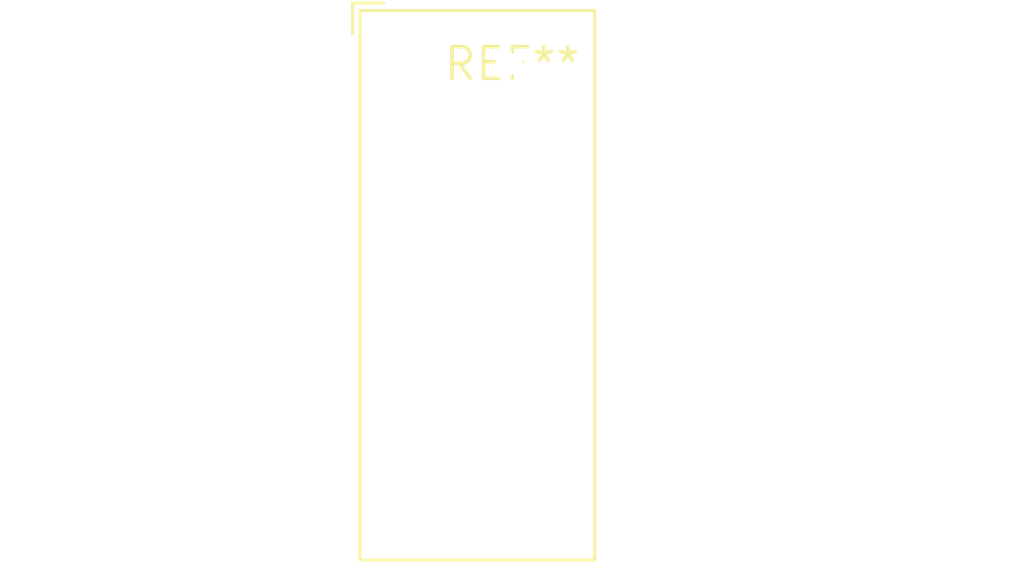
<source format=kicad_pcb>
(kicad_pcb (version 20240108) (generator pcbnew)
  (layers (0 "F.Cu" signal) (31 "B.Cu" signal) (34 "B.Paste" user) (35 "F.Paste" user) (36 "B.SilkS" user "B.Silkscreen") (37 "F.SilkS" user "F.Silkscreen") (38 "B.Mask" user) (39 "F.Mask" user) (44 "Edge.Cuts" user))
  (net 0 "")
  (footprint "Converter_DCDC_XP_POWER-ITXxxxxSA_THT" (layer "F.Cu") (at 0 0)
    (property "Reference" "REF**")
    (property "Value" "Converter_DCDC_XP_POWER-ITXxxxxSA_THT")
    (fp_line (start -6.41 -2.445) (end -6.41 -1.195) (layer "F.SilkS") (stroke (width 0.12)))
    (fp_line (start -6.11 -2.145) (end -6.11 19.925) (layer "F.SilkS") (stroke (width 0.12)))
    (fp_line (start -6.11 19.925) (end 3.31 19.925) (layer "F.SilkS") (stroke (width 0.12)))
    (fp_line (start -5.16 -2.445) (end -6.41 -2.445) (layer "F.SilkS") (stroke (width 0.12)))
    (fp_line (start 3.31 -2.145) (end -6.11 -2.145) (layer "F.SilkS") (stroke (width 0.12)))
    (fp_line (start 3.31 19.925) (end 3.31 -2.145) (layer "F.SilkS") (stroke (width 0.12)))
    (pad "1" thru_hole rect (at 0 0) (size 1.85 1.85) (drill 0.85) (layers *.Cu *.Mask) (remove_unused_layers))
    (pad "2" thru_hole circle (at 0 2.54) (size 1.85 1.85) (drill 0.85) (layers *.Cu *.Mask) (remove_unused_layers))
    (pad "6" thru_hole circle (at 0 12.7) (size 1.85 1.85) (drill 0.85) (layers *.Cu *.Mask) (remove_unused_layers))
    (pad "7" thru_hole circle (at 0 15.24) (size 1.85 1.85) (drill 0.85) (layers *.Cu *.Mask) (remove_unused_layers))
    (pad "8" thru_hole circle (at 0 17.78) (size 1.85 1.85) (drill 0.85) (layers *.Cu *.Mask) (remove_unused_layers))
  )
)
</source>
